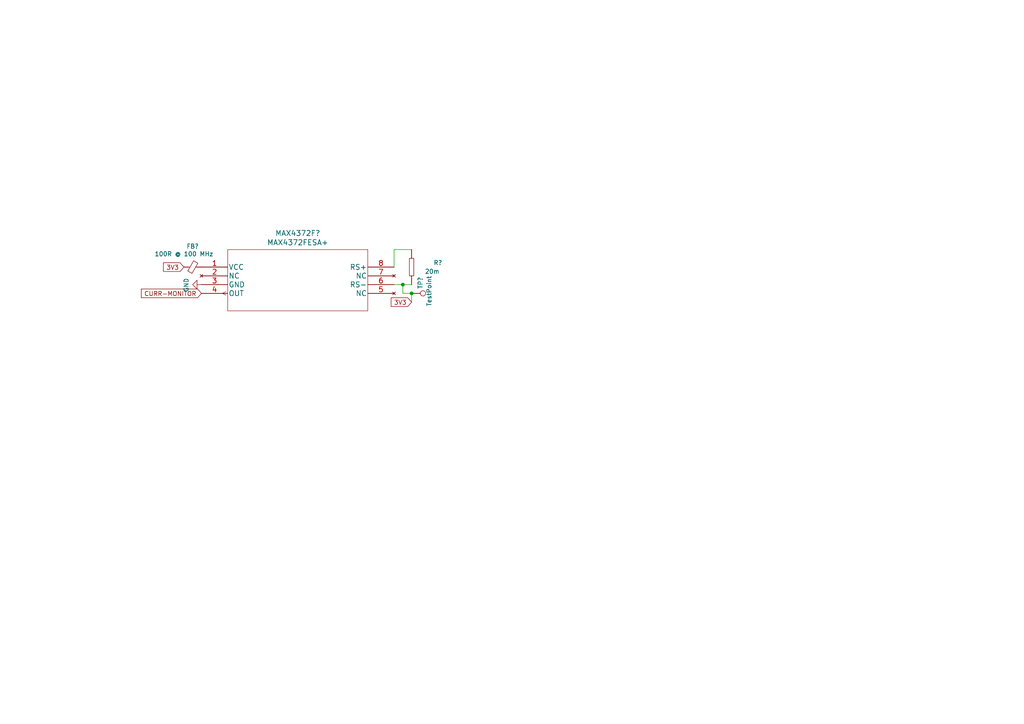
<source format=kicad_sch>
(kicad_sch (version 20211123) (generator eeschema)
  (paper "A4")
  (lib_symbols
    (symbol "Connector:TestPoint" (pin_numbers hide) (pin_names (offset 0.762) hide)
      (property "Reference" "TP" (at 0 6.858 0))
      (property "Value" "TestPoint" (at 0 5.08 0))
      (symbol "TestPoint_0_1"
        (circle (center 0 3.302) (radius 0.762))
      )
      (symbol "TestPoint_1_1"
        (pin passive line (at 0 0 90) (length 2.54) (name "1") (number "1"))
      )
    )
    (symbol "Device:Ferrite_Bead_Small" (pin_numbers hide) (pin_names (offset 0))
      (property "Reference" "FB" (at 1.905 1.27 0))
      (property "Value" "Device_Ferrite_Bead_Small" (at 1.905 -1.27 0))
      (symbol "Ferrite_Bead_Small_0_1"
        (polyline (pts (xy 0 -1.27) (xy 0 -0.7874)))
        (polyline (pts (xy 0 0.889) (xy 0 1.2954)))
        (polyline (pts (xy -1.8288 0.2794) (xy -1.1176 1.4986) (xy 1.8288 -0.2032) (xy 1.1176 -1.4224) (xy -1.8288 0.2794)))
      )
      (symbol "Ferrite_Bead_Small_1_1"
        (pin passive line (at 0 2.54 270) (length 1.27) (name "~") (number "1"))
        (pin passive line (at 0 -2.54 90) (length 1.27) (name "~") (number "2"))
      )
    )
    (symbol "STM32_Breakout-rescue:MAX4372FESA+-MAX4372FESA+" (pin_names (offset 0.254))
      (property "Reference" "U" (at 27.94 10.16 0))
      (property "Value" "MAX4372FESA+-MAX4372FESA+" (at 27.94 7.62 0))
      (symbol "MAX4372FESA+-MAX4372FESA+_1_1"
        (polyline (pts (xy 7.112 -8.128) (xy 6.0452 -7.62)) (stroke (width 0.127)))
        (polyline (pts (xy 7.112 -7.112) (xy 6.0452 -7.62)) (stroke (width 0.127)))
        (polyline (pts (xy 7.62 -12.7) (xy 48.26 -12.7)) (stroke (width 0.127)))
        (polyline (pts (xy 7.62 5.08) (xy 7.62 -12.7)) (stroke (width 0.127)))
        (polyline (pts (xy 48.26 -12.7) (xy 48.26 5.08)) (stroke (width 0.127)))
        (polyline (pts (xy 48.26 5.08) (xy 7.62 5.08)) (stroke (width 0.127)))
        (pin power_in line (at 0 0 0) (length 7.62) (name "VCC") (number "1"))
        (pin no_connect line (at 0 -2.54 0) (length 7.62) (name "NC") (number "2"))
        (pin power_in line (at 0 -5.08 0) (length 7.62) (name "GND") (number "3"))
        (pin output line (at 0 -7.62 0) (length 7.62) (name "OUT") (number "4"))
        (pin no_connect line (at 55.88 -7.62 180) (length 7.62) (name "NC") (number "5"))
        (pin unspecified line (at 55.88 -5.08 180) (length 7.62) (name "RS-") (number "6"))
        (pin no_connect line (at 55.88 -2.54 180) (length 7.62) (name "NC") (number "7"))
        (pin unspecified line (at 55.88 0 180) (length 7.62) (name "RS+") (number "8"))
      )
    )
    (symbol "STM32_Breakout-rescue:R0603-OBC_Libary" (pin_numbers hide) (pin_names (offset 1.016) hide)
      (property "Reference" "R" (at -7.62 2.54 0))
      (property "Value" "R0603-OBC_Libary" (at -7.62 -5.08 0))
      (symbol "R0603-OBC_Libary_0_0"
        (pin passive line (at -5.08 0 0) (length 2.54) (name "~") (number "1"))
        (pin passive line (at 5.08 0 180) (length 2.54) (name "~") (number "2"))
      )
      (symbol "R0603-OBC_Libary_1_1"
        (rectangle (start -2.54 0.635) (end 2.54 -0.635))
      )
    )
    (symbol "power:GND" (power) (pin_names (offset 0))
      (property "Value" "GND" (at 0 -3.81 0))
      (symbol "GND_0_1"
        (polyline (pts (xy 0 0) (xy 0 -1.27) (xy 1.27 -1.27) (xy 0 -2.54) (xy -1.27 -1.27) (xy 0 -1.27)))
      )
      (symbol "GND_1_1"
        (pin power_in line (at 0 0 270) (length 0) hide (name "GND") (number "1"))
      )
    )
  )
  (junction (at 119.38 85.09))
  (junction (at 116.84 82.55))
  (wire (pts (xy 114.3 77.47) (xy 114.3 72.39)))
  (wire (pts (xy 114.3 72.39) (xy 119.38 72.39)))
  (wire (pts (xy 116.84 82.55) (xy 119.38 82.55)))
  (wire (pts (xy 114.3 82.55) (xy 116.84 82.55)))
  (wire (pts (xy 119.38 85.09) (xy 119.38 87.63)))
  (wire (pts (xy 116.84 85.09) (xy 119.38 85.09)))
  (wire (pts (xy 116.84 82.55) (xy 116.84 85.09)))
  (global_label "3V3" (shape input) (at 53.34 77.47 180) (property "Intersheet References" "${INTERSHEET_REFS}" (effects hide)))
  (global_label "CURR-MONITOR" (shape input) (at 58.42 85.09 180) (property "Intersheet References" "${INTERSHEET_REFS}" (effects hide)))
  (global_label "3V3" (shape input) (at 119.38 87.63 180) (property "Intersheet References" "${INTERSHEET_REFS}" (effects hide)))
  (symbol (lib_id "Device:Ferrite_Bead_Small") (at 55.88 77.47 270) (unit 1)
    (property "Reference" "FB?" (at 55.88 71.4502 90))
    (property "Value" "100R @ 100 MHz" (at 53.34 73.66 90))
    (property "Footprint" "STM32_Breakout:INDUC1607X60N" (effects hide))
  )
  (symbol (lib_id "Connector:TestPoint") (at 119.38 85.09 270) (unit 1)
    (property "Reference" "TP?" (at 121.92 83.82 0) (effects (justify right)))
    (property "Value" "TestPoint" (at 124.46 88.9 0) (effects (justify right)))
    (property "Footprint" "TestPoint:TestPoint_Pad_D2.0mm" (effects hide))
  )
  (symbol (lib_id "STM32_Breakout-rescue:MAX4372FESA+-MAX4372FESA+") (at 58.42 77.47 0) (unit 1)
    (property "Reference" "MAX4372F?" (at 86.36 67.6402 0) (effects (font (size 1.524 1.524))))
    (property "Value" "MAX4372FESA+" (at 86.36 70.3326 0) (effects (font (size 1.524 1.524))))
    (property "Footprint" "STM32_Breakout:SOIC127P600X175-8N" (effects hide))
  )
  (symbol (lib_id "power:GND") (at 58.42 82.55 270) (unit 1)
    (property "Reference" "#PWR?" (effects hide))
    (property "Value" "GND" (at 54.0258 82.677 0))
  )
  (symbol (lib_id "STM32_Breakout-rescue:R0603-OBC_Libary") (at 119.38 77.47 270) (unit 1)
    (property "Reference" "R?" (at 125.73 76.2 90) (effects (justify left)))
    (property "Value" "20m" (at 123.19 78.74 90) (effects (justify left)))
    (property "Footprint" "RESC1607X60N" (effects hide))
  )
)
</source>
